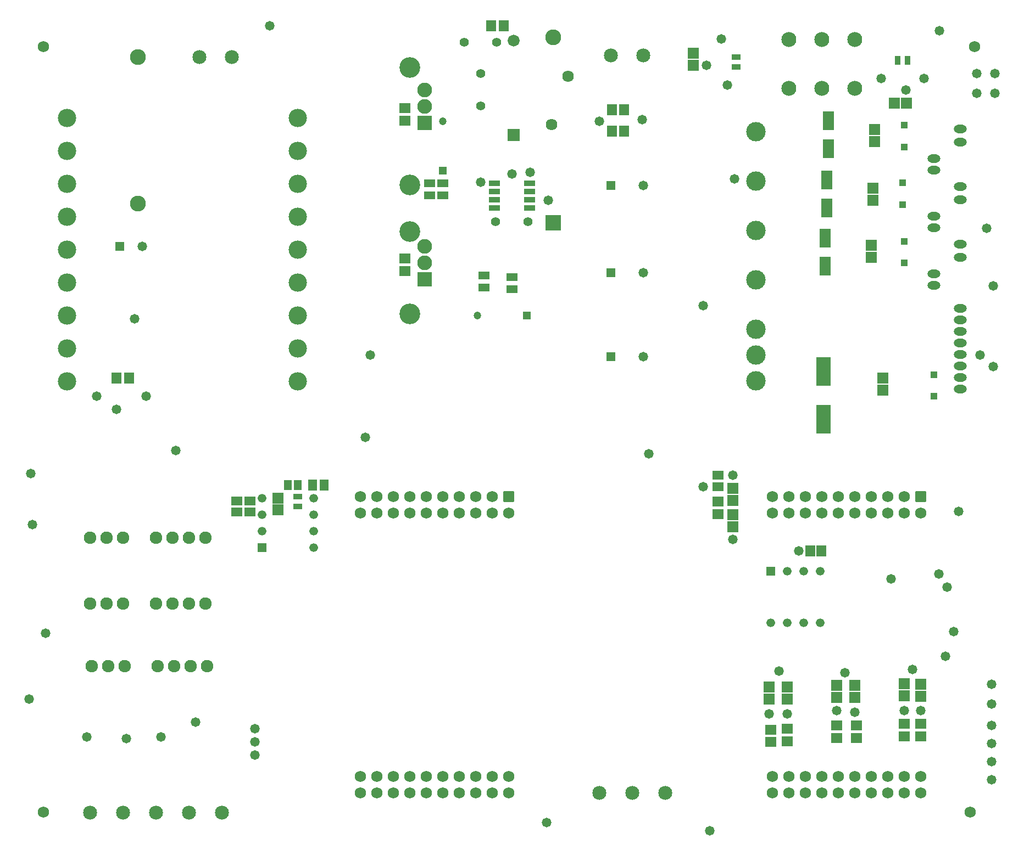
<source format=gbs>
G04*
G04 #@! TF.GenerationSoftware,Altium Limited,Altium Designer,21.2.2 (38)*
G04*
G04 Layer_Color=16711935*
%FSLAX25Y25*%
%MOIN*%
G70*
G04*
G04 #@! TF.SameCoordinates,9089D698-1931-4360-AEFD-B440DD5BBD6E*
G04*
G04*
G04 #@! TF.FilePolarity,Negative*
G04*
G01*
G75*
%ADD31R,0.06115X0.06509*%
%ADD32R,0.06509X0.04934*%
%ADD34R,0.06804X0.03359*%
%ADD42C,0.06800*%
%ADD43C,0.04724*%
%ADD44R,0.04724X0.04724*%
%ADD45R,0.04724X0.04724*%
%ADD46C,0.12611*%
%ADD47C,0.05524*%
%ADD48C,0.08477*%
%ADD49R,0.05249X0.05249*%
%ADD50C,0.05249*%
%ADD51C,0.11811*%
%ADD52O,0.07874X0.05118*%
%ADD53R,0.07200X0.07200*%
%ADD54C,0.07200*%
%ADD55C,0.11135*%
%ADD56C,0.06902*%
G04:AMPARAMS|DCode=57|XSize=69.02mil|YSize=69.02mil|CornerRadius=5.83mil|HoleSize=0mil|Usage=FLASHONLY|Rotation=180.000|XOffset=0mil|YOffset=0mil|HoleType=Round|Shape=RoundedRectangle|*
%AMROUNDEDRECTD57*
21,1,0.06902,0.05736,0,0,180.0*
21,1,0.05736,0.06902,0,0,180.0*
1,1,0.01166,-0.02868,0.02868*
1,1,0.01166,0.02868,0.02868*
1,1,0.01166,0.02868,-0.02868*
1,1,0.01166,-0.02868,-0.02868*
%
%ADD57ROUNDEDRECTD57*%
%ADD58C,0.09658*%
%ADD59R,0.09658X0.09658*%
%ADD60R,0.05820X0.05820*%
%ADD61C,0.05820*%
%ADD62R,0.05249X0.05249*%
%ADD63C,0.09068*%
%ADD64C,0.07060*%
%ADD65C,0.08950*%
%ADD66R,0.08950X0.08950*%
%ADD67C,0.07591*%
%ADD68C,0.05800*%
%ADD101R,0.03740X0.05315*%
%ADD102R,0.05315X0.03740*%
%ADD111R,0.04147X0.04147*%
%ADD112R,0.05328X0.06509*%
%ADD113R,0.06509X0.05328*%
%ADD114R,0.06902X0.06902*%
%ADD115R,0.07099X0.11824*%
%ADD116R,0.06902X0.06902*%
%ADD117R,0.06902X0.06115*%
%ADD118R,0.06312X0.06706*%
%ADD119R,0.06115X0.06902*%
%ADD120R,0.04737X0.06115*%
%ADD121R,0.06902X0.06706*%
%ADD122R,0.06902X0.06312*%
%ADD123R,0.09068X0.17335*%
D31*
X489496Y176000D02*
D03*
X483000D02*
D03*
D32*
X260000Y392000D02*
D03*
Y399284D02*
D03*
X252000Y392000D02*
D03*
Y399284D02*
D03*
X285000Y343284D02*
D03*
Y336000D02*
D03*
X302000Y342284D02*
D03*
Y335000D02*
D03*
D34*
X312677Y384500D02*
D03*
Y389500D02*
D03*
Y394500D02*
D03*
Y399500D02*
D03*
X291323D02*
D03*
Y394500D02*
D03*
Y389500D02*
D03*
Y384500D02*
D03*
D42*
X582500Y482500D02*
D03*
X17500Y17500D02*
D03*
X580000D02*
D03*
X17500Y482500D02*
D03*
D43*
X260000Y437012D02*
D03*
X281000Y319000D02*
D03*
D44*
X260000Y406988D02*
D03*
D45*
X311024Y319000D02*
D03*
D46*
X240000Y469606D02*
D03*
Y320000D02*
D03*
Y370000D02*
D03*
Y398346D02*
D03*
D47*
X292000Y376000D02*
D03*
X311685D02*
D03*
X273000Y485000D02*
D03*
X292685D02*
D03*
X283000Y446315D02*
D03*
Y466000D02*
D03*
D48*
X112315Y476000D02*
D03*
X132000D02*
D03*
X381685Y477000D02*
D03*
X362000D02*
D03*
X46000Y17000D02*
D03*
X66000D02*
D03*
X86000D02*
D03*
X106000D02*
D03*
X126000D02*
D03*
X355000Y29000D02*
D03*
X375000D02*
D03*
X395000D02*
D03*
D49*
X150370Y178000D02*
D03*
D50*
Y188000D02*
D03*
Y198000D02*
D03*
Y208000D02*
D03*
X181630D02*
D03*
Y198000D02*
D03*
Y188000D02*
D03*
Y178000D02*
D03*
X459000Y132370D02*
D03*
X469000D02*
D03*
X479000D02*
D03*
X489000D02*
D03*
Y163630D02*
D03*
X479000D02*
D03*
X469000D02*
D03*
D51*
X449874Y430748D02*
D03*
Y400748D02*
D03*
Y370748D02*
D03*
Y340748D02*
D03*
Y310748D02*
D03*
Y295000D02*
D03*
Y279252D02*
D03*
D52*
X557984Y414500D02*
D03*
Y407500D02*
D03*
Y379500D02*
D03*
Y372500D02*
D03*
Y344500D02*
D03*
Y337500D02*
D03*
X574126Y432535D02*
D03*
Y424465D02*
D03*
Y397535D02*
D03*
Y389465D02*
D03*
Y362535D02*
D03*
Y354465D02*
D03*
Y316500D02*
D03*
Y309500D02*
D03*
Y302500D02*
D03*
Y295500D02*
D03*
Y288500D02*
D03*
Y281500D02*
D03*
Y274500D02*
D03*
Y323500D02*
D03*
D53*
X303000Y428800D02*
D03*
D54*
Y486000D02*
D03*
D55*
X32000Y439000D02*
D03*
Y419000D02*
D03*
Y399000D02*
D03*
Y379000D02*
D03*
Y359000D02*
D03*
Y339000D02*
D03*
Y319000D02*
D03*
Y299000D02*
D03*
Y279000D02*
D03*
X172000D02*
D03*
Y299000D02*
D03*
Y319000D02*
D03*
Y339000D02*
D03*
Y359000D02*
D03*
Y379000D02*
D03*
Y399000D02*
D03*
Y419000D02*
D03*
Y439000D02*
D03*
D56*
X300000Y199000D02*
D03*
X270000D02*
D03*
X260000D02*
D03*
X290000D02*
D03*
X280000D02*
D03*
X290000Y209000D02*
D03*
X270000D02*
D03*
X260000D02*
D03*
X280000D02*
D03*
X250000Y199000D02*
D03*
X240000D02*
D03*
X230000D02*
D03*
X220000D02*
D03*
X210000D02*
D03*
X230000Y209000D02*
D03*
X220000D02*
D03*
X250000D02*
D03*
X240000D02*
D03*
X210000D02*
D03*
X300000Y29000D02*
D03*
Y39000D02*
D03*
X290000Y29000D02*
D03*
X270000D02*
D03*
X280000D02*
D03*
X260000D02*
D03*
X240000D02*
D03*
X250000D02*
D03*
X220000D02*
D03*
X210000D02*
D03*
X280000Y39000D02*
D03*
X290000D02*
D03*
X270000D02*
D03*
X250000D02*
D03*
X260000D02*
D03*
X240000D02*
D03*
X230000Y29000D02*
D03*
X220000Y39000D02*
D03*
X230000D02*
D03*
X210000D02*
D03*
X460000Y199000D02*
D03*
X470000D02*
D03*
X480000D02*
D03*
X490000D02*
D03*
X500000D02*
D03*
X510000D02*
D03*
X520000D02*
D03*
X530000D02*
D03*
X540000D02*
D03*
X550000D02*
D03*
X460000Y209000D02*
D03*
X470000D02*
D03*
X480000D02*
D03*
X490000D02*
D03*
X500000D02*
D03*
X510000D02*
D03*
X520000D02*
D03*
X530000D02*
D03*
X540000D02*
D03*
X460000Y29000D02*
D03*
X470000D02*
D03*
X480000D02*
D03*
X490000D02*
D03*
X500000D02*
D03*
X510000D02*
D03*
X520000D02*
D03*
X530000D02*
D03*
X540000D02*
D03*
X550000D02*
D03*
X460000Y39000D02*
D03*
X470000D02*
D03*
X480000D02*
D03*
X490000D02*
D03*
X500000D02*
D03*
X510000D02*
D03*
X520000D02*
D03*
X530000D02*
D03*
X540000D02*
D03*
X550000D02*
D03*
D57*
X300000Y209000D02*
D03*
X550000D02*
D03*
D58*
X327000Y488000D02*
D03*
X75000Y387024D02*
D03*
Y476000D02*
D03*
D59*
X327000Y375402D02*
D03*
D60*
X362000Y398000D02*
D03*
Y294000D02*
D03*
Y345000D02*
D03*
X64000Y361000D02*
D03*
D61*
X381685Y398000D02*
D03*
Y294000D02*
D03*
Y345000D02*
D03*
X77780Y361000D02*
D03*
D62*
X459000Y163630D02*
D03*
D63*
X470000Y457000D02*
D03*
Y486724D02*
D03*
X490000Y457000D02*
D03*
Y486724D02*
D03*
X510000Y457000D02*
D03*
Y486724D02*
D03*
D64*
X335842Y464528D02*
D03*
X326000Y435000D02*
D03*
D65*
X249000Y456000D02*
D03*
Y446000D02*
D03*
Y361000D02*
D03*
Y351000D02*
D03*
D66*
Y436000D02*
D03*
Y341000D02*
D03*
D67*
X46000Y184000D02*
D03*
X56000D02*
D03*
X66000D02*
D03*
X86000D02*
D03*
X96000D02*
D03*
X106000D02*
D03*
X116000D02*
D03*
X46000Y144000D02*
D03*
X56000D02*
D03*
X66000D02*
D03*
X86000D02*
D03*
X96000D02*
D03*
X106000D02*
D03*
X116000D02*
D03*
X47000Y106000D02*
D03*
X57000D02*
D03*
X67000D02*
D03*
X87000D02*
D03*
X97000D02*
D03*
X107000D02*
D03*
X117000D02*
D03*
D68*
X561320Y491893D02*
D03*
X381000Y438000D02*
D03*
X355000Y437000D02*
D03*
X437000Y402000D02*
D03*
X110000Y72000D02*
D03*
X146000Y52000D02*
D03*
Y60000D02*
D03*
Y68000D02*
D03*
X545000Y104000D02*
D03*
X464000Y103000D02*
D03*
X323000Y11000D02*
D03*
X532000Y159000D02*
D03*
X593000Y95000D02*
D03*
Y83000D02*
D03*
X561000Y162000D02*
D03*
X593000Y70000D02*
D03*
Y59000D02*
D03*
Y48000D02*
D03*
Y37000D02*
D03*
X566000Y154000D02*
D03*
X570000Y127000D02*
D03*
X565000Y112000D02*
D03*
X422000Y6000D02*
D03*
X429000Y487000D02*
D03*
X526000Y463000D02*
D03*
X436000Y183000D02*
D03*
X302000Y405000D02*
D03*
X436000Y222000D02*
D03*
X80000Y270000D02*
D03*
X73000Y317000D02*
D03*
X504000Y102000D02*
D03*
X10000Y223000D02*
D03*
X11000Y192000D02*
D03*
X216000Y295000D02*
D03*
X155000Y495000D02*
D03*
X9000Y86000D02*
D03*
X98000Y237000D02*
D03*
X19000Y126000D02*
D03*
X213000Y245000D02*
D03*
X313000Y406000D02*
D03*
X418000Y325000D02*
D03*
X584000Y454000D02*
D03*
Y466000D02*
D03*
X595000Y454000D02*
D03*
Y466000D02*
D03*
X385000Y235000D02*
D03*
X432500Y459000D02*
D03*
X418000Y215000D02*
D03*
X62000Y262000D02*
D03*
X573000Y200000D02*
D03*
X594000Y337000D02*
D03*
Y288000D02*
D03*
X586000Y295000D02*
D03*
X476000Y176000D02*
D03*
X50000Y270000D02*
D03*
X540000Y79000D02*
D03*
X590000Y372000D02*
D03*
X550000Y79000D02*
D03*
X510000Y78000D02*
D03*
X499000Y79000D02*
D03*
X469000Y77000D02*
D03*
X458000D02*
D03*
X552000Y463000D02*
D03*
X541000Y456000D02*
D03*
X420000Y471000D02*
D03*
X324000Y389000D02*
D03*
X283000Y400000D02*
D03*
X89000Y63000D02*
D03*
X68000Y62000D02*
D03*
X44000Y63000D02*
D03*
D101*
X541905Y474000D02*
D03*
X536000D02*
D03*
D102*
X438000Y470000D02*
D03*
Y475906D02*
D03*
X172000Y203000D02*
D03*
Y208906D02*
D03*
D111*
X558000Y283189D02*
D03*
Y270000D02*
D03*
X539000Y399594D02*
D03*
Y386405D02*
D03*
X540000Y364189D02*
D03*
Y351000D02*
D03*
Y434594D02*
D03*
Y421406D02*
D03*
D112*
X181000Y216000D02*
D03*
X187890D02*
D03*
D113*
X135000Y206445D02*
D03*
Y199555D02*
D03*
X143000Y206445D02*
D03*
Y199555D02*
D03*
X427000Y215110D02*
D03*
Y222000D02*
D03*
D114*
X521000Y396284D02*
D03*
Y389000D02*
D03*
X520000Y361642D02*
D03*
Y354358D02*
D03*
X522000Y432000D02*
D03*
Y424717D02*
D03*
X412000Y478284D02*
D03*
Y471000D02*
D03*
X436000Y206716D02*
D03*
Y214000D02*
D03*
Y198000D02*
D03*
Y190717D02*
D03*
X527000Y273716D02*
D03*
Y281000D02*
D03*
X499000Y87000D02*
D03*
Y94283D02*
D03*
X469000Y86000D02*
D03*
Y93283D02*
D03*
X510000Y87000D02*
D03*
Y94283D02*
D03*
X540000Y88000D02*
D03*
Y95284D02*
D03*
X550000Y87717D02*
D03*
Y95000D02*
D03*
X458000Y86000D02*
D03*
Y93283D02*
D03*
D115*
X492000Y365929D02*
D03*
Y349000D02*
D03*
X493000Y401465D02*
D03*
Y384535D02*
D03*
X494000Y437465D02*
D03*
Y420535D02*
D03*
D116*
X541284Y448000D02*
D03*
X534000D02*
D03*
D117*
X237000Y437323D02*
D03*
Y445000D02*
D03*
Y346000D02*
D03*
Y353677D02*
D03*
D118*
X62000Y281000D02*
D03*
X69480D02*
D03*
X370000Y431000D02*
D03*
X362520D02*
D03*
X370000Y444000D02*
D03*
X362520D02*
D03*
D119*
X297000Y495000D02*
D03*
X289323D02*
D03*
D120*
X166000Y216000D02*
D03*
X171906D02*
D03*
D121*
X160000Y200913D02*
D03*
Y208000D02*
D03*
D122*
X427000Y206000D02*
D03*
Y198520D02*
D03*
X511000Y62520D02*
D03*
Y70000D02*
D03*
X550000Y63520D02*
D03*
Y71000D02*
D03*
X540000D02*
D03*
Y63520D02*
D03*
X499000Y70000D02*
D03*
Y62520D02*
D03*
X469000Y60520D02*
D03*
Y68000D02*
D03*
X459000Y60000D02*
D03*
Y67480D02*
D03*
D123*
X491000Y256000D02*
D03*
Y284937D02*
D03*
M02*

</source>
